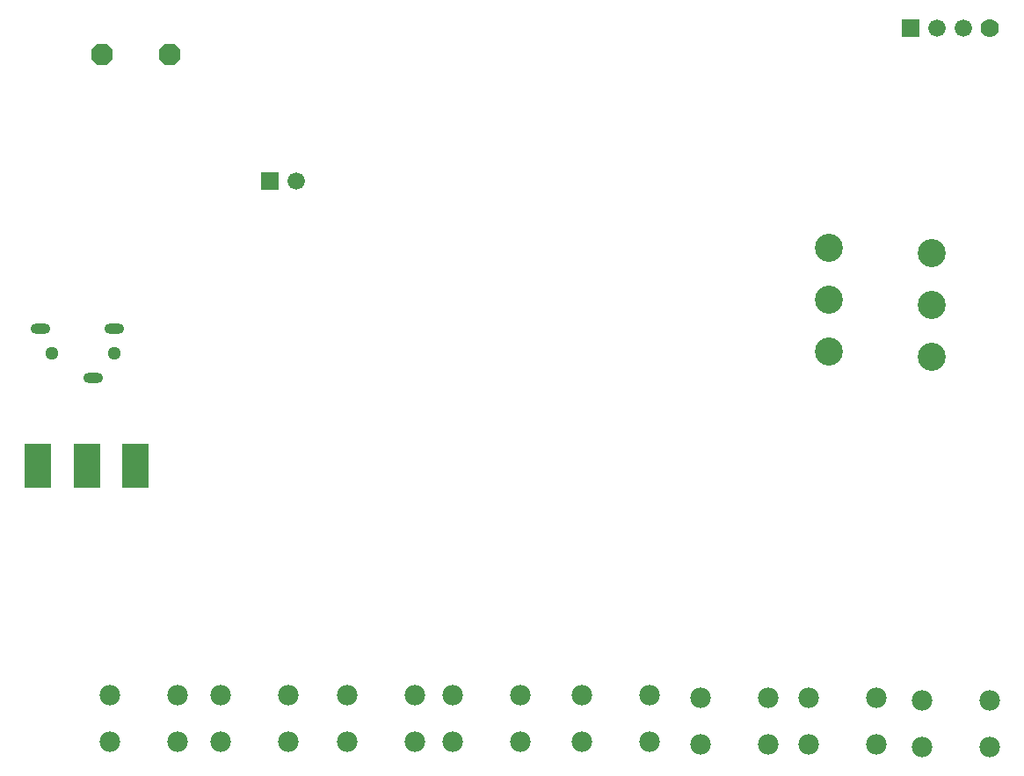
<source format=gbs>
G04 Layer: BottomSolderMaskLayer*
G04 EasyEDA v6.5.48, 2025-02-09 20:19:28*
G04 01cb3c1d78794921a089d1304ca59f51,d72c4acdc2164061951c9b7558476481,10*
G04 Gerber Generator version 0.2*
G04 Scale: 100 percent, Rotated: No, Reflected: No *
G04 Dimensions in inches *
G04 leading zeros omitted , absolute positions ,3 integer and 6 decimal *
%FSLAX36Y36*%
%MOIN*%

%AMMACRO1*4,1,48,-0.0163,-0.0413,-0.0166,-0.0412,-0.0169,-0.0412,-0.0172,-0.041,-0.0174,-0.0409,-0.0177,-0.0407,-0.0407,-0.0177,-0.0409,-0.0174,-0.041,-0.0172,-0.0412,-0.0169,-0.0412,-0.0166,-0.0413,-0.0163,-0.0413,0.0163,-0.0412,0.0166,-0.0412,0.0169,-0.041,0.0172,-0.0409,0.0174,-0.0407,0.0177,-0.0177,0.0407,-0.0174,0.0409,-0.0172,0.041,-0.0169,0.0412,-0.0166,0.0412,-0.0163,0.0413,0.0163,0.0413,0.0166,0.0412,0.0169,0.0412,0.0172,0.041,0.0174,0.0409,0.0177,0.0407,0.0407,0.0177,0.0409,0.0174,0.041,0.0172,0.0412,0.0169,0.0412,0.0166,0.0413,0.0163,0.0413,-0.0163,0.0412,-0.0166,0.0412,-0.0169,0.041,-0.0172,0.0409,-0.0174,0.0407,-0.0177,0.0177,-0.0407,0.0174,-0.0409,0.0172,-0.041,0.0169,-0.0412,0.0166,-0.0412,0.0163,-0.0413,-0.0163,-0.0413,0*%
%AMMACRO2*4,1,8,-0.0318,-0.033,-0.033,-0.0318,-0.033,0.0318,-0.0318,0.033,0.0318,0.033,0.033,0.0318,0.033,-0.0318,0.0318,-0.033,-0.0318,-0.033,0*%
%AMMACRO3*4,1,8,-0.0489,-0.0827,-0.0512,-0.0804,-0.0512,0.0804,-0.0489,0.0827,0.0489,0.0827,0.0512,0.0804,0.0512,-0.0804,0.0489,-0.0827,-0.0489,-0.0827,0*%
%ADD10MACRO1*%
%ADD11MACRO2*%
%ADD12C,0.0660*%
%ADD13O,0.07486599999999999X0.039432999999999996*%
%ADD14C,0.0512*%
%ADD16C,0.0700*%
%ADD17C,0.0780*%
%ADD18MACRO3*%
%ADD19C,0.1064*%

%LPD*%
D10*
G01*
X587995Y2800005D03*
G01*
X331995Y2800005D03*
D11*
G01*
X970000Y2320000D03*
D12*
G01*
X1070000Y2320000D03*
D13*
G01*
X100000Y1760000D03*
G01*
X300580Y1571000D03*
G01*
X378000Y1759880D03*
D14*
G01*
X378610Y1664520D03*
G01*
X141640Y1664520D03*
D12*
G01*
X3600000Y2900000D03*
G01*
X3500000Y2900000D03*
D11*
G01*
X3400000Y2900000D03*
D16*
G01*
X3700000Y2900000D03*
D17*
G01*
X362000Y369000D03*
G01*
X618000Y369000D03*
G01*
X362000Y191000D03*
G01*
X618000Y191000D03*
G01*
X782000Y369000D03*
G01*
X1038000Y369000D03*
G01*
X782000Y191000D03*
G01*
X1038000Y191000D03*
D18*
G01*
X275000Y1240000D03*
G01*
X460000Y1240000D03*
G01*
X90000Y1240000D03*
D19*
G01*
X3090000Y1870000D03*
G01*
X3090000Y1673150D03*
G01*
X3090000Y2066850D03*
G01*
X3480000Y1850000D03*
G01*
X3480000Y1653150D03*
G01*
X3480000Y2046850D03*
D17*
G01*
X1262000Y369000D03*
G01*
X1518000Y369000D03*
G01*
X1262000Y191000D03*
G01*
X1518000Y191000D03*
G01*
X1662000Y369000D03*
G01*
X1918000Y369000D03*
G01*
X1662000Y191000D03*
G01*
X1918000Y191000D03*
G01*
X2152000Y369000D03*
G01*
X2408000Y369000D03*
G01*
X2152000Y191000D03*
G01*
X2408000Y191000D03*
G01*
X2602000Y359000D03*
G01*
X2858000Y359000D03*
G01*
X2602000Y181000D03*
G01*
X2858000Y181000D03*
G01*
X3012000Y359000D03*
G01*
X3268000Y359000D03*
G01*
X3012000Y181000D03*
G01*
X3268000Y181000D03*
G01*
X3442000Y349000D03*
G01*
X3698000Y349000D03*
G01*
X3442000Y171000D03*
G01*
X3698000Y171000D03*
M02*

</source>
